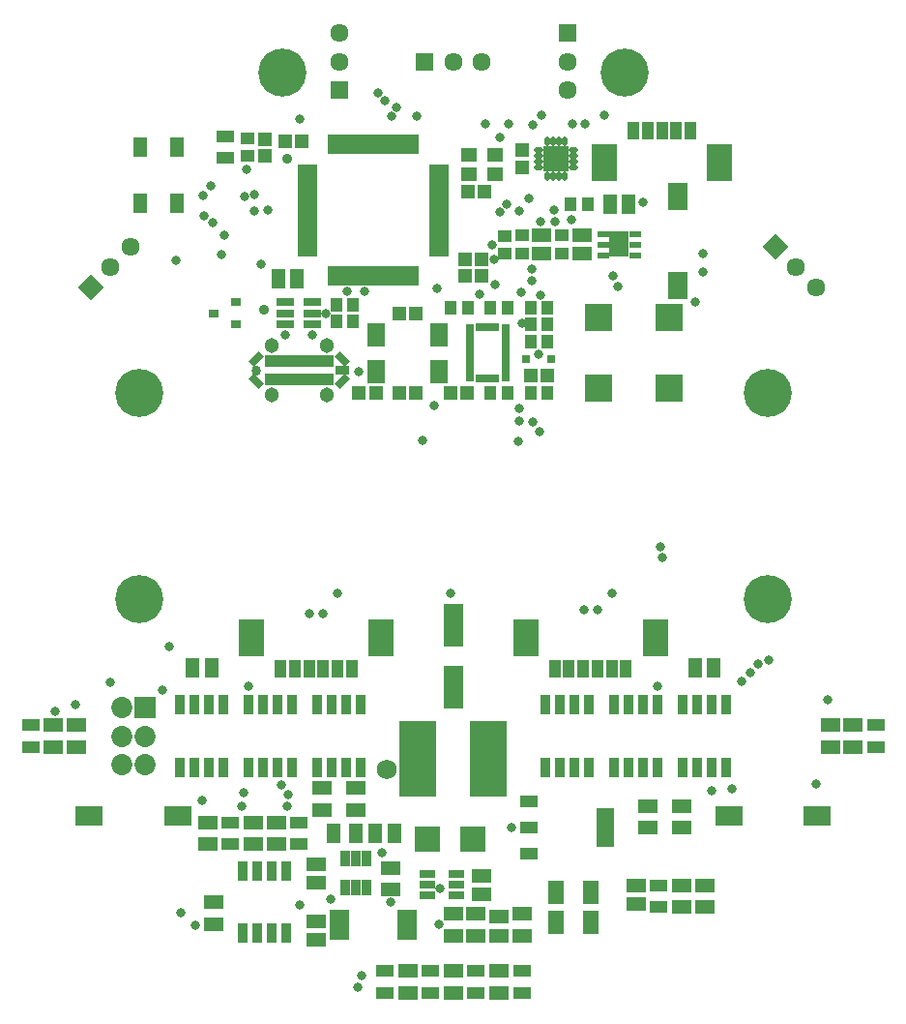
<source format=gts>
G04*
G04 #@! TF.GenerationSoftware,Altium Limited,Altium Designer,20.0.13 (296)*
G04*
G04 Layer_Color=8388736*
%FSLAX25Y25*%
%MOIN*%
G70*
G01*
G75*
%ADD64R,0.04737X0.06706*%
%ADD65R,0.12808X0.26391*%
%ADD66R,0.01981X0.06607*%
%ADD67R,0.06607X0.01981*%
%ADD68R,0.01981X0.04147*%
G04:AMPARAMS|DCode=69|XSize=48.55mil|YSize=27.69mil|CornerRadius=0mil|HoleSize=0mil|Usage=FLASHONLY|Rotation=225.000|XOffset=0mil|YOffset=0mil|HoleType=Round|Shape=Rectangle|*
%AMROTATEDRECTD69*
4,1,4,0.00738,0.02695,0.02695,0.00738,-0.00738,-0.02695,-0.02695,-0.00738,0.00738,0.02695,0.0*
%
%ADD69ROTATEDRECTD69*%

G04:AMPARAMS|DCode=70|XSize=48.55mil|YSize=27.69mil|CornerRadius=0mil|HoleSize=0mil|Usage=FLASHONLY|Rotation=135.000|XOffset=0mil|YOffset=0mil|HoleType=Round|Shape=Rectangle|*
%AMROTATEDRECTD70*
4,1,4,0.02695,-0.00738,0.00738,-0.02695,-0.02695,0.00738,-0.00738,0.02695,0.02695,-0.00738,0.0*
%
%ADD70ROTATEDRECTD70*%

%ADD71R,0.03950X0.05918*%
%ADD72R,0.09068X0.12611*%
%ADD73R,0.06312X0.04343*%
%ADD74R,0.03556X0.03162*%
%ADD75R,0.04619X0.04895*%
%ADD76R,0.08674X0.08674*%
%ADD77O,0.01981X0.03359*%
%ADD78O,0.03359X0.01981*%
%ADD79R,0.05564X0.04973*%
%ADD80R,0.06700X0.08700*%
%ADD81R,0.04000X0.02400*%
%ADD82R,0.04737X0.04147*%
%ADD83R,0.04895X0.04619*%
%ADD84R,0.06154X0.03162*%
%ADD85R,0.04816X0.06587*%
%ADD86R,0.03556X0.06804*%
%ADD87R,0.06509X0.04737*%
%ADD88R,0.05721X0.07887*%
%ADD89R,0.07099X0.09422*%
%ADD90R,0.06587X0.04816*%
%ADD91R,0.04343X0.04540*%
%ADD92R,0.04540X0.04343*%
%ADD93R,0.05958X0.04461*%
%ADD94R,0.05958X0.13556*%
%ADD95R,0.09422X0.07099*%
%ADD96R,0.09068X0.12611*%
%ADD97R,0.03950X0.05918*%
%ADD98R,0.07099X0.14580*%
%ADD99R,0.05918X0.08280*%
%ADD100R,0.03162X0.01981*%
%ADD101R,0.01981X0.03162*%
%ADD102R,0.09461X0.09461*%
%ADD103R,0.03162X0.03162*%
%ADD104R,0.03359X0.05524*%
%ADD105R,0.06607X0.02572*%
%ADD106R,0.04737X0.06509*%
%ADD107R,0.05524X0.03162*%
%ADD108C,0.05131*%
%ADD109C,0.03398*%
%ADD110C,0.03084*%
%ADD111C,0.06343*%
%ADD112R,0.06343X0.06343*%
%ADD113R,0.06343X0.06343*%
%ADD114P,0.08971X4X360.0*%
%ADD115P,0.08971X4X90.0*%
%ADD116R,0.07296X0.07296*%
%ADD117C,0.07296*%
%ADD118C,0.16548*%
%ADD119C,0.03162*%
%ADD120C,0.06800*%
%ADD121C,0.03556*%
G36*
X-36007Y41772D02*
X-40748D01*
Y44844D01*
X-36007D01*
Y41772D01*
D02*
G37*
D64*
X-107899Y100794D02*
D03*
Y120085D02*
D03*
X-95301Y100794D02*
D03*
Y120085D02*
D03*
D65*
X12205Y-90551D02*
D03*
X-12205D02*
D03*
D66*
X-42323Y75835D02*
D03*
X-40354D02*
D03*
X-38386D02*
D03*
X-36417D02*
D03*
X-34449Y75835D02*
D03*
X-32480Y75835D02*
D03*
X-30512D02*
D03*
X-28543D02*
D03*
X-26575D02*
D03*
X-24606D02*
D03*
X-22638D02*
D03*
X-20669Y75835D02*
D03*
X-18701Y75835D02*
D03*
X-16732D02*
D03*
X-14764D02*
D03*
X-12795D02*
D03*
Y121016D02*
D03*
X-14764D02*
D03*
X-16732D02*
D03*
X-18701D02*
D03*
X-20669Y121016D02*
D03*
X-22638Y121016D02*
D03*
X-24606D02*
D03*
X-26575D02*
D03*
X-28543D02*
D03*
X-30512D02*
D03*
X-32480D02*
D03*
X-34449Y121016D02*
D03*
X-36417Y121016D02*
D03*
X-38386D02*
D03*
X-40354D02*
D03*
X-42323D02*
D03*
D67*
X-4969Y83661D02*
D03*
Y85630D02*
D03*
Y87598D02*
D03*
Y89567D02*
D03*
X-4969Y91535D02*
D03*
X-4969Y93504D02*
D03*
Y95472D02*
D03*
Y97441D02*
D03*
Y99410D02*
D03*
Y101378D02*
D03*
Y103347D02*
D03*
X-4969Y105315D02*
D03*
X-4969Y107283D02*
D03*
Y109252D02*
D03*
Y111221D02*
D03*
Y113189D02*
D03*
X-50150D02*
D03*
Y111221D02*
D03*
Y109252D02*
D03*
Y107283D02*
D03*
X-50150Y105315D02*
D03*
X-50150Y103347D02*
D03*
Y101378D02*
D03*
Y99410D02*
D03*
Y97441D02*
D03*
Y95472D02*
D03*
Y93504D02*
D03*
X-50150Y91535D02*
D03*
X-50150Y89567D02*
D03*
Y87598D02*
D03*
Y85630D02*
D03*
Y83661D02*
D03*
D68*
X-42323Y40039D02*
D03*
X-44291D02*
D03*
X-46260D02*
D03*
X-48228D02*
D03*
X-50197D02*
D03*
X-52165D02*
D03*
X-54134D02*
D03*
X-56102D02*
D03*
X-58071D02*
D03*
X-60039D02*
D03*
X-62008D02*
D03*
X-63976D02*
D03*
Y46575D02*
D03*
X-62008D02*
D03*
X-60039D02*
D03*
X-58071D02*
D03*
X-56102D02*
D03*
X-54134D02*
D03*
X-52165D02*
D03*
X-50197D02*
D03*
X-48228D02*
D03*
X-46260D02*
D03*
X-44291D02*
D03*
X-42323D02*
D03*
D69*
X-38386Y39370D02*
D03*
X-67913Y47244D02*
D03*
D70*
X-38386D02*
D03*
X-67913Y39370D02*
D03*
D71*
X62063Y125957D02*
D03*
X66984D02*
D03*
X71905D02*
D03*
X76827D02*
D03*
X81748D02*
D03*
D72*
X91787Y114933D02*
D03*
X52024D02*
D03*
D73*
X-78740Y116339D02*
D03*
Y123819D02*
D03*
X23622Y-163583D02*
D03*
Y-171063D02*
D03*
X145669Y-78937D02*
D03*
Y-86417D02*
D03*
X-145669Y-78937D02*
D03*
Y-86417D02*
D03*
X-76772Y-119882D02*
D03*
Y-112402D02*
D03*
X-53150Y-119882D02*
D03*
Y-112402D02*
D03*
X70866Y-134055D02*
D03*
Y-141535D02*
D03*
X-23622Y-171063D02*
D03*
Y-163583D02*
D03*
X-7874Y-163583D02*
D03*
Y-171063D02*
D03*
X7874Y-163583D02*
D03*
Y-171063D02*
D03*
D74*
X-82677Y62992D02*
D03*
X-74803Y66732D02*
D03*
Y59252D02*
D03*
D75*
X-64961Y122992D02*
D03*
Y117165D02*
D03*
X23622Y113228D02*
D03*
Y119055D02*
D03*
X9843Y81653D02*
D03*
Y75827D02*
D03*
X3937D02*
D03*
Y81653D02*
D03*
D76*
X35433Y116142D02*
D03*
X6890Y-118110D02*
D03*
X-8858D02*
D03*
D77*
X32480Y122244D02*
D03*
X34449D02*
D03*
X36417D02*
D03*
X38386D02*
D03*
Y110039D02*
D03*
X36417D02*
D03*
X34449D02*
D03*
X32480D02*
D03*
D78*
X41535Y119095D02*
D03*
Y117126D02*
D03*
Y115157D02*
D03*
Y113189D02*
D03*
X29331D02*
D03*
Y115157D02*
D03*
Y117126D02*
D03*
Y119095D02*
D03*
D79*
X5315Y117421D02*
D03*
X14370D02*
D03*
Y110925D02*
D03*
X5315D02*
D03*
D80*
X57187Y86714D02*
D03*
D81*
X51587Y82914D02*
D03*
Y86614D02*
D03*
Y90314D02*
D03*
X62587D02*
D03*
Y86614D02*
D03*
Y82914D02*
D03*
D82*
X37402Y83465D02*
D03*
Y89764D02*
D03*
X23622D02*
D03*
Y83465D02*
D03*
D83*
X-32441Y35433D02*
D03*
X-26614D02*
D03*
X4961Y104724D02*
D03*
X10787D02*
D03*
X-52205Y122047D02*
D03*
X-58031D02*
D03*
X-12835Y62992D02*
D03*
X-18661D02*
D03*
Y35433D02*
D03*
X-12835D02*
D03*
X4882D02*
D03*
X-945D02*
D03*
X32441Y41339D02*
D03*
X26614D02*
D03*
D84*
X-48524Y66732D02*
D03*
Y62992D02*
D03*
Y59252D02*
D03*
X-57776D02*
D03*
Y62992D02*
D03*
Y66732D02*
D03*
D85*
X89803Y-59055D02*
D03*
X83425D02*
D03*
X-83425D02*
D03*
X-89803D02*
D03*
X-60276Y74803D02*
D03*
X-53898D02*
D03*
X53898Y100394D02*
D03*
X60276D02*
D03*
X-26811Y-116142D02*
D03*
X-20433D02*
D03*
D86*
X-79114Y-72000D02*
D03*
X-89114D02*
D03*
X-94114D02*
D03*
X-84114D02*
D03*
X-79114Y-93354D02*
D03*
X-89114D02*
D03*
X-94114D02*
D03*
X-84114D02*
D03*
X-70492Y-93354D02*
D03*
X-65492D02*
D03*
X-60492D02*
D03*
X-55492D02*
D03*
Y-72000D02*
D03*
X-60492D02*
D03*
X-65492D02*
D03*
X-70492D02*
D03*
X-31870D02*
D03*
X-36870D02*
D03*
X-41870D02*
D03*
X-46870D02*
D03*
Y-93354D02*
D03*
X-41870D02*
D03*
X-36870D02*
D03*
X-31870D02*
D03*
X55492D02*
D03*
X60492D02*
D03*
X65492D02*
D03*
X70492D02*
D03*
Y-72000D02*
D03*
X65492D02*
D03*
X60492D02*
D03*
X55492D02*
D03*
X46870Y-72000D02*
D03*
X41870D02*
D03*
X36870D02*
D03*
X31870D02*
D03*
Y-93354D02*
D03*
X36870D02*
D03*
X41870D02*
D03*
X46870D02*
D03*
X79114Y-72000D02*
D03*
X84114D02*
D03*
X89114D02*
D03*
X94114D02*
D03*
Y-93354D02*
D03*
X89114D02*
D03*
X84114D02*
D03*
X79114D02*
D03*
X-72461Y-150441D02*
D03*
X-67461D02*
D03*
X-62461D02*
D03*
X-57460D02*
D03*
Y-129087D02*
D03*
X-62461D02*
D03*
X-67461D02*
D03*
X-72461D02*
D03*
D87*
X78740Y-114173D02*
D03*
Y-106693D02*
D03*
X66929Y-114173D02*
D03*
Y-106693D02*
D03*
X86614Y-141535D02*
D03*
Y-134055D02*
D03*
X-33465Y-108071D02*
D03*
Y-100591D02*
D03*
X-45276Y-108071D02*
D03*
Y-100591D02*
D03*
X137795Y-86417D02*
D03*
Y-78937D02*
D03*
X129921Y-86417D02*
D03*
Y-78937D02*
D03*
X-129921Y-86417D02*
D03*
Y-78937D02*
D03*
X-68898Y-112402D02*
D03*
Y-119882D02*
D03*
X-61024Y-119882D02*
D03*
Y-112401D02*
D03*
X-82677Y-139961D02*
D03*
Y-147441D02*
D03*
X-21654Y-135630D02*
D03*
Y-128150D02*
D03*
X23622Y-151378D02*
D03*
Y-143898D02*
D03*
X7874D02*
D03*
Y-151378D02*
D03*
X0D02*
D03*
Y-143898D02*
D03*
X78740Y-141535D02*
D03*
Y-134055D02*
D03*
X-84646Y-119882D02*
D03*
Y-112402D02*
D03*
X0Y-171063D02*
D03*
Y-163583D02*
D03*
X15748Y-171063D02*
D03*
Y-163583D02*
D03*
X-15748Y-163583D02*
D03*
Y-171063D02*
D03*
X-137795Y-78937D02*
D03*
Y-86417D02*
D03*
D88*
X47244Y-146850D02*
D03*
Y-136614D02*
D03*
X35433Y-146850D02*
D03*
Y-136614D02*
D03*
D89*
X77342Y72480D02*
D03*
Y103080D02*
D03*
D90*
X30512Y89803D02*
D03*
Y83425D02*
D03*
X44291Y89803D02*
D03*
Y83425D02*
D03*
X-47244Y-126732D02*
D03*
Y-133110D02*
D03*
Y-152795D02*
D03*
Y-146417D02*
D03*
X15748Y-145000D02*
D03*
Y-151378D02*
D03*
X9843Y-137047D02*
D03*
Y-130669D02*
D03*
X62992Y-140433D02*
D03*
Y-134055D02*
D03*
D91*
X46260Y100394D02*
D03*
X40354D02*
D03*
X-40354Y60039D02*
D03*
X-34449D02*
D03*
X-40354Y65945D02*
D03*
X-34449D02*
D03*
X-984Y64961D02*
D03*
X4921D02*
D03*
X18701Y35433D02*
D03*
X12795D02*
D03*
X18701Y64961D02*
D03*
X12795D02*
D03*
X26575D02*
D03*
X32480D02*
D03*
Y59055D02*
D03*
X26575D02*
D03*
Y53150D02*
D03*
X32480D02*
D03*
X26575Y35433D02*
D03*
X32480D02*
D03*
D92*
X17717Y89567D02*
D03*
Y83661D02*
D03*
X-70866Y117126D02*
D03*
Y123031D02*
D03*
D93*
X26201Y-105157D02*
D03*
Y-114173D02*
D03*
Y-123189D02*
D03*
D94*
X52539Y-114173D02*
D03*
D95*
X-125535Y-110236D02*
D03*
X-94936D02*
D03*
X94937D02*
D03*
X125537D02*
D03*
D96*
X24902Y-48819D02*
D03*
X69587D02*
D03*
X-69587D02*
D03*
X-24902D02*
D03*
D97*
X34941Y-59646D02*
D03*
X39862D02*
D03*
X44783D02*
D03*
X49705D02*
D03*
X54626D02*
D03*
X59547D02*
D03*
X-59547D02*
D03*
X-54626D02*
D03*
X-49705D02*
D03*
X-44783D02*
D03*
X-39862D02*
D03*
X-34941D02*
D03*
D98*
X0Y-44488D02*
D03*
Y-65748D02*
D03*
D99*
X-4921Y42913D02*
D03*
X-26575D02*
D03*
Y55512D02*
D03*
X-4921D02*
D03*
D100*
X5709Y42323D02*
D03*
Y44291D02*
D03*
Y46260D02*
D03*
Y48228D02*
D03*
Y50197D02*
D03*
Y52165D02*
D03*
Y54134D02*
D03*
Y56102D02*
D03*
Y58071D02*
D03*
X17913D02*
D03*
Y56102D02*
D03*
Y54134D02*
D03*
Y52165D02*
D03*
Y50197D02*
D03*
Y48228D02*
D03*
Y46260D02*
D03*
Y44291D02*
D03*
Y42323D02*
D03*
Y40354D02*
D03*
X5709D02*
D03*
D101*
X8858Y58071D02*
D03*
X10827D02*
D03*
X12795D02*
D03*
X14764D02*
D03*
Y40354D02*
D03*
X12795D02*
D03*
X10827D02*
D03*
X8858D02*
D03*
D102*
X74405Y37008D02*
D03*
Y61417D02*
D03*
X49995D02*
D03*
Y37008D02*
D03*
D103*
X25197Y47244D02*
D03*
X33858D02*
D03*
D104*
X-37402Y-125000D02*
D03*
X-33661D02*
D03*
X-29921D02*
D03*
Y-134843D02*
D03*
X-33661D02*
D03*
X-37402D02*
D03*
D105*
X-39126Y-151476D02*
D03*
Y-148917D02*
D03*
Y-146358D02*
D03*
Y-143799D02*
D03*
X-15992D02*
D03*
Y-146358D02*
D03*
Y-148917D02*
D03*
Y-151476D02*
D03*
D106*
X-33661Y-116142D02*
D03*
X-41142D02*
D03*
D107*
X984Y-130118D02*
D03*
Y-133858D02*
D03*
Y-137599D02*
D03*
X-8858D02*
D03*
Y-133858D02*
D03*
Y-130118D02*
D03*
D108*
X-43701Y34843D02*
D03*
X-62598D02*
D03*
X-43701Y51772D02*
D03*
X-62598D02*
D03*
D109*
X-67913Y43307D02*
D03*
D110*
X-38386D02*
D03*
D111*
X9843Y149606D02*
D03*
X0D02*
D03*
X39370Y139764D02*
D03*
Y149606D02*
D03*
X-39370Y159449D02*
D03*
Y149606D02*
D03*
X125070Y71780D02*
D03*
X118110Y78740D02*
D03*
X-111151Y85700D02*
D03*
X-118110Y78740D02*
D03*
D112*
X-9843Y149606D02*
D03*
D113*
X39370Y159449D02*
D03*
X-39370Y139764D02*
D03*
D114*
X111151Y85700D02*
D03*
D115*
X-125070Y71780D02*
D03*
D116*
X-106299Y-72835D02*
D03*
D117*
Y-82677D02*
D03*
X-114173D02*
D03*
Y-72835D02*
D03*
Y-92520D02*
D03*
X-106299D02*
D03*
D118*
X-108268Y35433D02*
D03*
X108268D02*
D03*
Y-35433D02*
D03*
X-108268Y-35433D02*
D03*
X-59055Y145669D02*
D03*
X59055D02*
D03*
D119*
X-66140Y79718D02*
D03*
X-95551Y81094D02*
D03*
X-88850Y-147850D02*
D03*
X-94050Y-143600D02*
D03*
X-53039Y-140913D02*
D03*
X-32441Y42800D02*
D03*
X-44100Y62992D02*
D03*
X-48524Y55450D02*
D03*
X-57776D02*
D03*
X35000Y94650D02*
D03*
X40650Y95000D02*
D03*
X30050Y69150D02*
D03*
X23622Y59503D02*
D03*
X-10700Y19050D02*
D03*
X-6450Y31100D02*
D03*
X83250Y66800D02*
D03*
X13900Y81653D02*
D03*
X13400Y86550D02*
D03*
X11050Y128000D02*
D03*
X30550Y131150D02*
D03*
X-12550Y130900D02*
D03*
X-19750Y133800D02*
D03*
X41200Y128200D02*
D03*
X16000Y123650D02*
D03*
X19000Y128300D02*
D03*
X-36500Y70550D02*
D03*
X-30512Y70562D02*
D03*
X-5650Y71500D02*
D03*
X23250Y70000D02*
D03*
X29450Y48750D02*
D03*
X27300Y127850D02*
D03*
X30000Y94400D02*
D03*
X65450Y101200D02*
D03*
X22650Y30250D02*
D03*
X22800Y25950D02*
D03*
X27400Y25450D02*
D03*
X22300Y18950D02*
D03*
X29600Y22100D02*
D03*
X86100Y77165D02*
D03*
Y83465D02*
D03*
X-86600Y-104750D02*
D03*
X-98071Y-51886D02*
D03*
X108800Y-56600D02*
D03*
X104900Y-57900D02*
D03*
X102350Y-60950D02*
D03*
X99450Y-63900D02*
D03*
X-56950Y-102950D02*
D03*
X-72200Y-102250D02*
D03*
X-73050Y-106850D02*
D03*
X-57350D02*
D03*
X-59150Y-99500D02*
D03*
X7874Y-171063D02*
D03*
X54626Y-33661D02*
D03*
X-933D02*
D03*
X-39862D02*
D03*
X89114Y-101636D02*
D03*
X129100Y-70150D02*
D03*
X-4900Y-147500D02*
D03*
X-4600Y-135250D02*
D03*
X-24450Y-122750D02*
D03*
X-31600Y-165200D02*
D03*
X70492Y-65500D02*
D03*
X-70492D02*
D03*
X20150Y-114173D02*
D03*
X-21654Y-140000D02*
D03*
X-42250Y-138800D02*
D03*
X-100421Y-66837D02*
D03*
X-118165Y-64220D02*
D03*
X-53059Y129980D02*
D03*
X-68504Y98071D02*
D03*
X52157Y131150D02*
D03*
X45520Y128264D02*
D03*
X-130354Y-71689D02*
D03*
X96126Y-100988D02*
D03*
X124921Y-99248D02*
D03*
X-82945Y94236D02*
D03*
X-79821Y83248D02*
D03*
X55110Y75779D02*
D03*
X27189Y78095D02*
D03*
X22724Y98158D02*
D03*
X14268Y72772D02*
D03*
X8925Y69555D02*
D03*
X-21268Y130756D02*
D03*
X-23661Y136020D02*
D03*
X-25819Y138697D02*
D03*
X27020Y74169D02*
D03*
X56732Y72150D02*
D03*
X-137287Y-74138D02*
D03*
X-85984Y96539D02*
D03*
X-86286Y103484D02*
D03*
X-33075Y-169146D02*
D03*
X-71130Y112539D02*
D03*
X71945Y-21185D02*
D03*
X71382Y-17492D02*
D03*
X-63925Y98583D02*
D03*
X-71925Y103146D02*
D03*
X-68496Y103685D02*
D03*
X-83497Y106846D02*
D03*
X-78922Y89856D02*
D03*
X-49630Y-40413D02*
D03*
X-44772Y-40559D02*
D03*
X34583Y98516D02*
D03*
X26166Y102483D02*
D03*
X45016Y-39102D02*
D03*
X49689Y-39177D02*
D03*
X18305Y100399D02*
D03*
X16043Y97905D02*
D03*
D120*
X-23100Y-94100D02*
D03*
D121*
X-57256Y116079D02*
D03*
X-65374Y64264D02*
D03*
M02*

</source>
